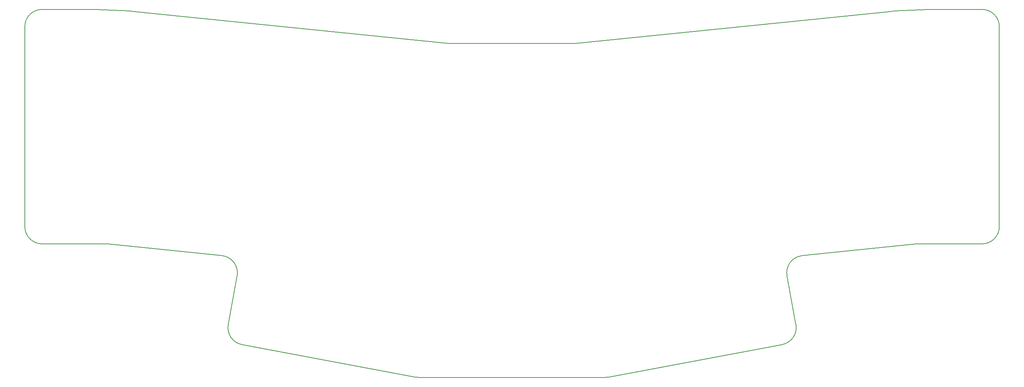
<source format=gbr>
%TF.GenerationSoftware,KiCad,Pcbnew,8.0.4*%
%TF.CreationDate,2024-12-12T17:25:20-05:00*%
%TF.ProjectId,babier-v,62616269-6572-42d7-962e-6b696361645f,rev?*%
%TF.SameCoordinates,Original*%
%TF.FileFunction,Profile,NP*%
%FSLAX46Y46*%
G04 Gerber Fmt 4.6, Leading zero omitted, Abs format (unit mm)*
G04 Created by KiCad (PCBNEW 8.0.4) date 2024-12-12 17:25:20*
%MOMM*%
%LPD*%
G01*
G04 APERTURE LIST*
%TA.AperFunction,Profile*%
%ADD10C,0.200000*%
%TD*%
G04 APERTURE END LIST*
D10*
X38155130Y-20309372D02*
X25978442Y-20309374D01*
X21978437Y-24309380D02*
G75*
G02*
X25978442Y-20309376I4000004J0D01*
G01*
X247909687Y-70681199D02*
X247909687Y-24309400D01*
X41231908Y-74702119D02*
X67676179Y-77414352D01*
X67676179Y-77414352D02*
G75*
G02*
X71200680Y-82124910I-408079J-3979148D01*
G01*
X243909661Y-20309375D02*
X231732996Y-20309375D01*
X228656159Y-74702127D02*
G75*
G02*
X229064362Y-74681258I408043J-3978675D01*
G01*
X200755381Y-93383506D02*
X198685861Y-82116107D01*
X120200717Y-28226165D02*
X46692581Y-20717270D01*
X120607163Y-28246878D02*
G75*
G02*
X120200716Y-28226172I37J4000277D01*
G01*
X46692581Y-20717270D02*
X46476354Y-20701092D01*
X231542736Y-20313902D02*
X223411769Y-20701088D01*
X40823862Y-74681251D02*
G75*
G02*
X41231907Y-74702125I-62J-3999949D01*
G01*
X38250312Y-74681250D02*
X40823862Y-74681251D01*
X157390728Y-105568985D02*
G75*
G02*
X156659786Y-105637504I-737429J3933683D01*
G01*
X71200648Y-82124904D02*
X69132749Y-93383462D01*
X21978437Y-24309380D02*
X21978435Y-70695057D01*
X247909687Y-70681199D02*
G75*
G02*
X243909660Y-74681187I-3999987J-1D01*
G01*
X134690935Y-28246876D02*
X120607163Y-28246878D01*
X25978462Y-74681251D02*
G75*
G02*
X21978431Y-70695057I-2J4000053D01*
G01*
X149687468Y-28226161D02*
G75*
G02*
X149280862Y-28246879I-406669J3980858D01*
G01*
X200755381Y-93383506D02*
G75*
G02*
X197558343Y-98037577I-3934181J-722591D01*
G01*
X72329814Y-98037565D02*
G75*
G02*
X69132718Y-93383456I737186J3931565D01*
G01*
X198685861Y-82116107D02*
G75*
G02*
X202211945Y-77414328I3934236J722610D01*
G01*
X46476354Y-20701092D02*
X38345387Y-20313900D01*
X231637811Y-74681249D02*
X243909661Y-74681252D01*
X113234558Y-105637502D02*
X134601872Y-105637500D01*
X157390728Y-105568985D02*
X197558339Y-98037556D01*
X202211944Y-77414349D02*
X228656159Y-74702127D01*
X223195543Y-20717271D02*
X149687468Y-28226161D01*
X113234558Y-105637502D02*
G75*
G02*
X112497418Y-105568989I42J4000200D01*
G01*
X223411769Y-20701088D02*
X223195543Y-20717271D01*
X149280862Y-28246875D02*
X134690935Y-28246876D01*
X72329814Y-98037565D02*
X112497418Y-105568991D01*
X25978462Y-74681251D02*
X38250312Y-74681250D01*
X38345387Y-20313900D02*
X38155130Y-20309372D01*
X231732996Y-20309375D02*
X231542736Y-20313902D01*
X134601872Y-105637500D02*
X156659786Y-105637502D01*
X243909661Y-20309375D02*
G75*
G02*
X247909724Y-24309400I38J-4000025D01*
G01*
X229064362Y-74681251D02*
X231637811Y-74681249D01*
M02*

</source>
